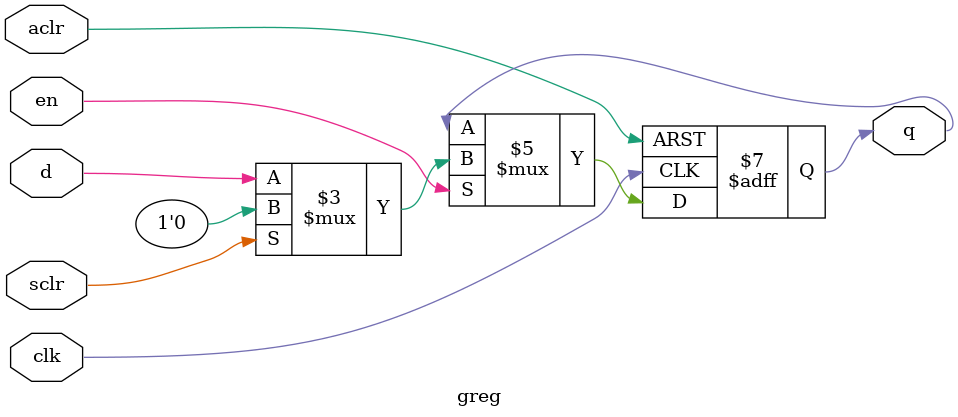
<source format=v>
module greg
#(parameter WIDTH=1,
  parameter INIT={WIDTH{1'b0}})
(input clk,
 input [WIDTH-1:0] d,
 input sclr,
 input aclr,
 input en,
 output reg [WIDTH-1:0] q);

always @(posedge clk or posedge aclr) begin
   if (aclr) q <= INIT;
   else begin
      if (en) begin
         if (sclr) q <= INIT;
         else q <= d;
      end
   end
end
endmodule


</source>
